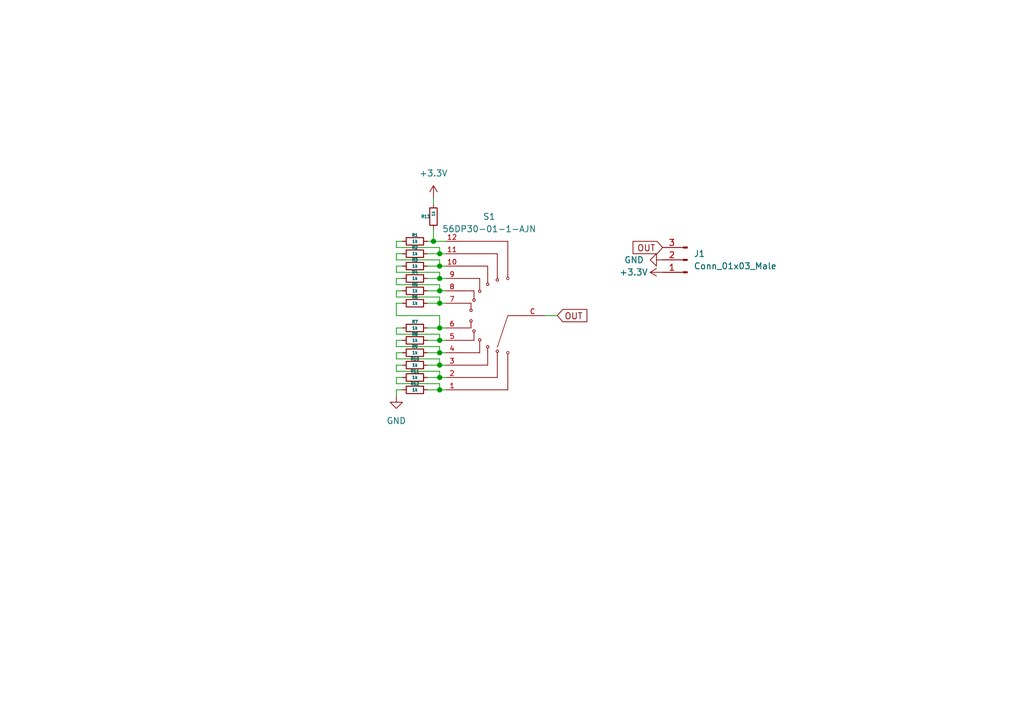
<source format=kicad_sch>
(kicad_sch (version 20211123) (generator eeschema)
  (paper "A5")
  (lib_symbols
    (symbol "Connector:Conn_01x03_Male" (pin_names (offset 1.016) hide)
      (property "Reference" "J" (at 0 5.08 0))
      (property "Value" "Conn_01x03_Male" (at 0 -5.08 0))
      (symbol "Conn_01x03_Male_1_1"
        (polyline (pts (xy 1.27 -2.54) (xy 0.8636 -2.54)) (stroke (width 0.1524)))
        (polyline (pts (xy 1.27 0) (xy 0.8636 0)) (stroke (width 0.1524)))
        (polyline (pts (xy 1.27 2.54) (xy 0.8636 2.54)) (stroke (width 0.1524)))
        (rectangle (start 0.8636 -2.413) (end 0 -2.667) (stroke (width 0.1524)) (fill (type outline)))
        (rectangle (start 0.8636 0.127) (end 0 -0.127) (stroke (width 0.1524)) (fill (type outline)))
        (rectangle (start 0.8636 2.667) (end 0 2.413) (stroke (width 0.1524)) (fill (type outline)))
        (pin passive line (at 5.08 2.54 180) (length 3.81) (name "Pin_1") (number "1"))
        (pin passive line (at 5.08 0 180) (length 3.81) (name "Pin_2") (number "2"))
        (pin passive line (at 5.08 -2.54 180) (length 3.81) (name "Pin_3") (number "3"))
      )
    )
    (symbol "Device:R_Small" (pin_numbers hide) (pin_names (offset 0.254) hide)
      (property "Reference" "R" (at 0.762 0.508 0))
      (property "Value" "R_Small" (at 0.762 -1.016 0))
      (symbol "R_Small_0_1"
        (rectangle (start -0.762 1.778) (end 0.762 -1.778) (stroke (width 0.2032)))
      )
      (symbol "R_Small_1_1"
        (pin passive line (at 0 2.54 270) (length 0.762) (name "~") (number "1"))
        (pin passive line (at 0 -2.54 90) (length 0.762) (name "~") (number "2"))
      )
    )
    (symbol "ROTARY_SW:56DP30-01-1-AJN" (pin_names (offset 1.016))
      (property "Reference" "S" (at -2.54 16.002 0))
      (property "Value" "56DP30-01-1-AJN" (at -2.54 -17.78 0))
      (symbol "56DP30-01-1-AJN_0_0"
        (circle (center -2.54 -7.62) (radius 0.254) (stroke (width 0.127)))
        (circle (center -2.54 7.62) (radius 0.254) (stroke (width 0.127)))
        (circle (center -0.3932 -7.3113) (radius 0.254) (stroke (width 0.1524)))
        (circle (center -0.3932 7.3113) (radius 0.254) (stroke (width 0.1524)))
        (polyline (pts (xy -5.08 0) (xy -2.54 0)) (stroke (width 0.1524)))
        (polyline (pts (xy -2.54 -15.24) (xy -2.54 -7.8994)) (stroke (width 0.1524)))
        (polyline (pts (xy -2.54 0) (xy -0.3932 6.4985)) (stroke (width 0.127)))
        (polyline (pts (xy -2.54 15.24) (xy -2.54 7.8994)) (stroke (width 0.1524)))
        (polyline (pts (xy -0.3932 -12.7) (xy -0.3932 -7.62)) (stroke (width 0.152)))
        (polyline (pts (xy -0.3932 12.7) (xy -0.3932 7.62)) (stroke (width 0.152)))
        (polyline (pts (xy 1.5797 -10.16) (xy 1.5797 -6.6675)) (stroke (width 0.152)))
        (polyline (pts (xy 1.5797 10.16) (xy 1.5797 6.6675)) (stroke (width 0.152)))
        (polyline (pts (xy 3.2188 -7.62) (xy 3.2188 -5.2578)) (stroke (width 0.152)))
        (polyline (pts (xy 3.2188 7.62) (xy 3.2188 5.2578)) (stroke (width 0.152)))
        (polyline (pts (xy 4.3914 -5.08) (xy 4.3914 -3.429)) (stroke (width 0.152)))
        (polyline (pts (xy 4.3914 5.08) (xy 4.3914 3.429)) (stroke (width 0.152)))
        (polyline (pts (xy 5.0024 -2.54) (xy 5.0024 -1.3462)) (stroke (width 0.152)))
        (polyline (pts (xy 5.0024 2.54) (xy 5.0024 1.3462)) (stroke (width 0.152)))
        (polyline (pts (xy 7.62 -15.24) (xy -2.54 -15.24)) (stroke (width 0.152)))
        (polyline (pts (xy 7.62 -12.7) (xy -0.3932 -12.7)) (stroke (width 0.152)))
        (polyline (pts (xy 7.62 -10.16) (xy 1.5797 -10.16)) (stroke (width 0.152)))
        (polyline (pts (xy 7.62 -7.62) (xy 3.2188 -7.62)) (stroke (width 0.152)))
        (polyline (pts (xy 7.62 -5.08) (xy 4.3914 -5.08)) (stroke (width 0.152)))
        (polyline (pts (xy 7.62 -2.54) (xy 5.0024 -2.54)) (stroke (width 0.152)))
        (polyline (pts (xy 7.62 2.54) (xy 5.0024 2.54)) (stroke (width 0.152)))
        (polyline (pts (xy 7.62 5.08) (xy 4.3914 5.08)) (stroke (width 0.152)))
        (polyline (pts (xy 7.62 7.62) (xy 3.2188 7.62)) (stroke (width 0.152)))
        (polyline (pts (xy 7.62 10.16) (xy 1.5797 10.16)) (stroke (width 0.152)))
        (polyline (pts (xy 7.62 12.7) (xy -0.3932 12.7)) (stroke (width 0.152)))
        (polyline (pts (xy 7.62 15.24) (xy -2.54 15.24)) (stroke (width 0.152)))
        (circle (center 1.5797 -6.4104) (radius 0.254) (stroke (width 0.1524)))
        (circle (center 1.5797 6.4104) (radius 0.254) (stroke (width 0.1524)))
        (circle (center 3.2188 -4.99) (radius 0.254) (stroke (width 0.1524)))
        (circle (center 3.2188 4.99) (radius 0.254) (stroke (width 0.1524)))
        (circle (center 4.3914 -3.1655) (radius 0.254) (stroke (width 0.1524)))
        (circle (center 4.3914 3.1655) (radius 0.254) (stroke (width 0.1524)))
        (circle (center 5.0024 -1.0844) (radius 0.254) (stroke (width 0.1524)))
        (circle (center 5.0024 1.0844) (radius 0.254) (stroke (width 0.1524)))
        (pin bidirectional line (at 10.16 15.24 180) (length 2.54) (name "~") (number "1"))
        (pin bidirectional line (at 10.16 -10.16 180) (length 2.54) (name "~") (number "10"))
        (pin bidirectional line (at 10.16 -12.7 180) (length 2.54) (name "~") (number "11"))
        (pin bidirectional line (at 10.16 -15.24 180) (length 2.54) (name "~") (number "12"))
        (pin bidirectional line (at 10.16 12.7 180) (length 2.54) (name "~") (number "2"))
        (pin bidirectional line (at 10.16 10.16 180) (length 2.54) (name "~") (number "3"))
        (pin bidirectional line (at 10.16 7.62 180) (length 2.54) (name "~") (number "4"))
        (pin bidirectional line (at 10.16 5.08 180) (length 2.54) (name "~") (number "5"))
        (pin bidirectional line (at 10.16 2.54 180) (length 2.54) (name "~") (number "6"))
        (pin bidirectional line (at 10.16 -2.54 180) (length 2.54) (name "~") (number "7"))
        (pin bidirectional line (at 10.16 -5.08 180) (length 2.54) (name "~") (number "8"))
        (pin bidirectional line (at 10.16 -7.62 180) (length 2.54) (name "~") (number "9"))
        (pin bidirectional line (at -10.16 0 0) (length 5.08) (name "~") (number "C"))
      )
    )
    (symbol "power:+3.3V" (power) (pin_names (offset 0))
      (property "Value" "+3.3V" (at 0 3.556 0))
      (symbol "+3.3V_0_1"
        (polyline (pts (xy -0.762 1.27) (xy 0 2.54)))
        (polyline (pts (xy 0 0) (xy 0 2.54)))
        (polyline (pts (xy 0 2.54) (xy 0.762 1.27)))
      )
      (symbol "+3.3V_1_1"
        (pin power_in line (at 0 0 90) (length 0) hide (name "+3.3V") (number "1"))
      )
    )
    (symbol "power:GND" (power) (pin_names (offset 0))
      (property "Value" "GND" (at 0 -3.81 0))
      (symbol "GND_0_1"
        (polyline (pts (xy 0 0) (xy 0 -1.27) (xy 1.27 -1.27) (xy 0 -2.54) (xy -1.27 -1.27) (xy 0 -1.27)))
      )
      (symbol "GND_1_1"
        (pin power_in line (at 0 0 270) (length 0) hide (name "GND") (number "1"))
      )
    )
  )
  (junction (at 90.17 59.69))
  (junction (at 90.17 57.15))
  (junction (at 90.17 80.01))
  (junction (at 90.17 77.47))
  (junction (at 90.17 74.93))
  (junction (at 90.17 72.39))
  (junction (at 90.17 67.31))
  (junction (at 90.17 69.85))
  (junction (at 90.17 54.61))
  (junction (at 88.9 49.53))
  (junction (at 90.17 52.07))
  (junction (at 90.17 62.23))
  (wire (pts (xy 81.28 62.23) (xy 81.28 64.77)))
  (wire (pts (xy 90.17 71.12) (xy 90.17 72.39)))
  (wire (pts (xy 88.9 46.99) (xy 88.9 49.53)))
  (wire (pts (xy 81.28 60.96) (xy 90.17 60.96)))
  (wire (pts (xy 81.28 73.66) (xy 90.17 73.66)))
  (wire (pts (xy 87.63 62.23) (xy 90.17 62.23)))
  (wire (pts (xy 88.9 40.64) (xy 88.9 41.91)))
  (wire (pts (xy 81.28 69.85) (xy 81.28 71.12)))
  (wire (pts (xy 87.63 72.39) (xy 90.17 72.39)))
  (wire (pts (xy 90.17 80.01) (xy 91.44 80.01)))
  (wire (pts (xy 90.17 62.23) (xy 91.44 62.23)))
  (wire (pts (xy 81.28 67.31) (xy 81.28 68.58)))
  (wire (pts (xy 90.17 69.85) (xy 91.44 69.85)))
  (wire (pts (xy 81.28 77.47) (xy 81.28 78.74)))
  (wire (pts (xy 82.55 59.69) (xy 81.28 59.69)))
  (wire (pts (xy 82.55 52.07) (xy 81.28 52.07)))
  (wire (pts (xy 90.17 67.31) (xy 91.44 67.31)))
  (wire (pts (xy 90.17 74.93) (xy 91.44 74.93)))
  (wire (pts (xy 81.28 49.53) (xy 81.28 50.8)))
  (wire (pts (xy 90.17 54.61) (xy 91.44 54.61)))
  (wire (pts (xy 82.55 67.31) (xy 81.28 67.31)))
  (wire (pts (xy 90.17 77.47) (xy 91.44 77.47)))
  (wire (pts (xy 82.55 57.15) (xy 81.28 57.15)))
  (wire (pts (xy 81.28 55.88) (xy 90.17 55.88)))
  (wire (pts (xy 81.28 78.74) (xy 90.17 78.74)))
  (wire (pts (xy 87.63 74.93) (xy 90.17 74.93)))
  (wire (pts (xy 90.17 58.42) (xy 90.17 59.69)))
  (wire (pts (xy 81.28 58.42) (xy 90.17 58.42)))
  (wire (pts (xy 90.17 57.15) (xy 91.44 57.15)))
  (wire (pts (xy 81.28 74.93) (xy 81.28 76.2)))
  (wire (pts (xy 90.17 64.77) (xy 90.17 67.31)))
  (wire (pts (xy 82.55 49.53) (xy 81.28 49.53)))
  (wire (pts (xy 111.76 64.77) (xy 114.3 64.77)))
  (wire (pts (xy 81.28 68.58) (xy 90.17 68.58)))
  (wire (pts (xy 81.28 72.39) (xy 81.28 73.66)))
  (wire (pts (xy 81.28 53.34) (xy 90.17 53.34)))
  (wire (pts (xy 88.9 49.53) (xy 91.44 49.53)))
  (wire (pts (xy 90.17 68.58) (xy 90.17 69.85)))
  (wire (pts (xy 87.63 52.07) (xy 90.17 52.07)))
  (wire (pts (xy 87.63 67.31) (xy 90.17 67.31)))
  (wire (pts (xy 81.28 71.12) (xy 90.17 71.12)))
  (wire (pts (xy 87.63 54.61) (xy 90.17 54.61)))
  (wire (pts (xy 82.55 54.61) (xy 81.28 54.61)))
  (wire (pts (xy 81.28 54.61) (xy 81.28 55.88)))
  (wire (pts (xy 90.17 55.88) (xy 90.17 57.15)))
  (wire (pts (xy 90.17 59.69) (xy 91.44 59.69)))
  (wire (pts (xy 81.28 57.15) (xy 81.28 58.42)))
  (wire (pts (xy 82.55 80.01) (xy 81.28 80.01)))
  (wire (pts (xy 82.55 72.39) (xy 81.28 72.39)))
  (wire (pts (xy 82.55 77.47) (xy 81.28 77.47)))
  (wire (pts (xy 82.55 74.93) (xy 81.28 74.93)))
  (wire (pts (xy 81.28 59.69) (xy 81.28 60.96)))
  (wire (pts (xy 87.63 80.01) (xy 90.17 80.01)))
  (wire (pts (xy 81.28 80.01) (xy 81.28 81.28)))
  (wire (pts (xy 90.17 52.07) (xy 91.44 52.07)))
  (wire (pts (xy 90.17 73.66) (xy 90.17 74.93)))
  (wire (pts (xy 81.28 64.77) (xy 90.17 64.77)))
  (wire (pts (xy 81.28 52.07) (xy 81.28 53.34)))
  (wire (pts (xy 90.17 78.74) (xy 90.17 80.01)))
  (wire (pts (xy 87.63 59.69) (xy 90.17 59.69)))
  (wire (pts (xy 90.17 76.2) (xy 90.17 77.47)))
  (wire (pts (xy 87.63 57.15) (xy 90.17 57.15)))
  (wire (pts (xy 81.28 76.2) (xy 90.17 76.2)))
  (wire (pts (xy 82.55 62.23) (xy 81.28 62.23)))
  (wire (pts (xy 82.55 69.85) (xy 81.28 69.85)))
  (wire (pts (xy 90.17 50.8) (xy 90.17 52.07)))
  (wire (pts (xy 87.63 49.53) (xy 88.9 49.53)))
  (wire (pts (xy 90.17 53.34) (xy 90.17 54.61)))
  (wire (pts (xy 90.17 60.96) (xy 90.17 62.23)))
  (wire (pts (xy 87.63 77.47) (xy 90.17 77.47)))
  (wire (pts (xy 81.28 50.8) (xy 90.17 50.8)))
  (wire (pts (xy 87.63 69.85) (xy 90.17 69.85)))
  (wire (pts (xy 90.17 72.39) (xy 91.44 72.39)))
  (global_label "OUT" (shape input) (at 135.89 50.8 180) (property "Intersheet References" "${INTERSHEET_REFS}" (effects hide)))
  (global_label "OUT" (shape input) (at 114.3 64.77 0) (property "Intersheet References" "${INTERSHEET_REFS}" (effects hide)))
  (symbol (lib_id "Device:R_Small") (at 85.09 54.61 90) (unit 1)
    (property "Reference" "R3" (at 85.09 53.34 90) (effects (font (size 0.6 0.6))))
    (property "Value" "1k" (at 85.09 54.61 90) (effects (font (size 0.6 0.6))))
    (property "Footprint" "Resistor_SMD:R_0402_1005Metric" (effects hide))
  )
  (symbol (lib_id "Device:R_Small") (at 85.09 49.53 90) (unit 1)
    (property "Reference" "R1" (at 85.09 48.26 90) (effects (font (size 0.6 0.6))))
    (property "Value" "1k" (at 85.09 49.53 90) (effects (font (size 0.6 0.6))))
    (property "Footprint" "Resistor_SMD:R_0402_1005Metric" (effects hide))
  )
  (symbol (lib_id "power:GND") (at 135.89 53.34 270) (unit 1)
    (property "Reference" "#PWR0104" (effects hide))
    (property "Value" "GND" (at 132.08 53.3399 90) (effects (justify right)))
  )
  (symbol (lib_id "power:+3.3V") (at 88.9 40.64 0) (unit 1)
    (property "Reference" "#PWR0101" (effects hide))
    (property "Value" "+3.3V" (at 88.9 35.56 0))
  )
  (symbol (lib_id "ROTARY_SW:56DP30-01-1-AJN") (at 101.6 64.77 180) (unit 1)
    (property "Reference" "S1" (at 100.3301 44.45 0))
    (property "Value" "56DP30-01-1-AJN" (at 100.3301 46.99 0))
    (property "Footprint" "ROTART_SW:SW_56DP30-01-1-AJN" (effects hide))
    (property "MANUFACTURER" "Grayhill Inc." (effects hide))
    (property "STANDARD" "Manufacturer Recommendations" (effects hide))
    (property "PARTREV" "04/14" (effects hide))
    (property "SNAPEDA_PN" "56DP30-01-1-AJN" (effects hide))
    (property "MAXIMUM_PACKAGE_HEIGHT" "26.73mm" (effects hide))
  )
  (symbol (lib_id "Device:R_Small") (at 85.09 67.31 90) (unit 1)
    (property "Reference" "R7" (at 85.09 66.04 90) (effects (font (size 0.6 0.6))))
    (property "Value" "1k" (at 85.09 67.31 90) (effects (font (size 0.6 0.6))))
    (property "Footprint" "Resistor_SMD:R_0402_1005Metric" (effects hide))
  )
  (symbol (lib_id "Device:R_Small") (at 85.09 52.07 90) (unit 1)
    (property "Reference" "R2" (at 85.09 50.8 90) (effects (font (size 0.6 0.6))))
    (property "Value" "1k" (at 85.09 52.07 90) (effects (font (size 0.6 0.6))))
    (property "Footprint" "Resistor_SMD:R_0402_1005Metric" (effects hide))
  )
  (symbol (lib_id "Device:R_Small") (at 85.09 57.15 90) (unit 1)
    (property "Reference" "R4" (at 85.09 55.88 90) (effects (font (size 0.6 0.6))))
    (property "Value" "1k" (at 85.09 57.15 90) (effects (font (size 0.6 0.6))))
    (property "Footprint" "Resistor_SMD:R_0402_1005Metric" (effects hide))
  )
  (symbol (lib_id "Device:R_Small") (at 85.09 72.39 90) (unit 1)
    (property "Reference" "R9" (at 85.09 71.12 90) (effects (font (size 0.6 0.6))))
    (property "Value" "1k" (at 85.09 72.39 90) (effects (font (size 0.6 0.6))))
    (property "Footprint" "Resistor_SMD:R_0402_1005Metric" (effects hide))
  )
  (symbol (lib_id "Device:R_Small") (at 85.09 69.85 90) (unit 1)
    (property "Reference" "R8" (at 85.09 68.58 90) (effects (font (size 0.6 0.6))))
    (property "Value" "1k" (at 85.09 69.85 90) (effects (font (size 0.6 0.6))))
    (property "Footprint" "Resistor_SMD:R_0402_1005Metric" (effects hide))
  )
  (symbol (lib_id "power:GND") (at 81.28 81.28 0) (unit 1)
    (property "Reference" "#PWR0102" (effects hide))
    (property "Value" "GND" (at 81.28 86.36 0))
  )
  (symbol (lib_id "power:+3.3V") (at 135.89 55.88 90) (unit 1)
    (property "Reference" "#PWR0103" (effects hide))
    (property "Value" "+3.3V" (at 127 55.88 90) (effects (justify right)))
  )
  (symbol (lib_id "Device:R_Small") (at 85.09 77.47 90) (unit 1)
    (property "Reference" "R11" (at 85.09 76.2 90) (effects (font (size 0.6 0.6))))
    (property "Value" "1k" (at 85.09 77.47 90) (effects (font (size 0.6 0.6))))
    (property "Footprint" "Resistor_SMD:R_0402_1005Metric" (effects hide))
  )
  (symbol (lib_id "Device:R_Small") (at 85.09 62.23 90) (unit 1)
    (property "Reference" "R6" (at 85.09 60.96 90) (effects (font (size 0.6 0.6))))
    (property "Value" "1k" (at 85.09 62.23 90) (effects (font (size 0.6 0.6))))
    (property "Footprint" "Resistor_SMD:R_0402_1005Metric" (effects hide))
  )
  (symbol (lib_id "Connector:Conn_01x03_Male") (at 140.97 53.34 180) (unit 1)
    (property "Reference" "J1" (at 142.24 52.0699 0) (effects (justify right)))
    (property "Value" "Conn_01x03_Male" (at 142.24 54.6099 0) (effects (justify right)))
    (property "Footprint" "Connector_PinHeader_1.27mm:PinHeader_1x03_P1.27mm_Vertical" (effects hide))
  )
  (symbol (lib_id "Device:R_Small") (at 85.09 80.01 90) (unit 1)
    (property "Reference" "R12" (at 85.09 78.74 90) (effects (font (size 0.6 0.6))))
    (property "Value" "1k" (at 85.09 80.01 90) (effects (font (size 0.6 0.6))))
    (property "Footprint" "Resistor_SMD:R_0402_1005Metric" (effects hide))
  )
  (symbol (lib_id "Device:R_Small") (at 88.9 44.45 0) (unit 1)
    (property "Reference" "R13" (at 86.36 44.45 0) (effects (font (size 0.6 0.6)) (justify left)))
    (property "Value" "1k" (at 88.9 44.45 90) (effects (font (size 0.6 0.6)) (justify left)))
    (property "Footprint" "Resistor_SMD:R_0402_1005Metric" (effects hide))
  )
  (symbol (lib_id "Device:R_Small") (at 85.09 59.69 90) (unit 1)
    (property "Reference" "R5" (at 85.09 58.42 90) (effects (font (size 0.6 0.6))))
    (property "Value" "1k" (at 85.09 59.69 90) (effects (font (size 0.6 0.6))))
    (property "Footprint" "Resistor_SMD:R_0402_1005Metric" (effects hide))
  )
  (symbol (lib_id "Device:R_Small") (at 85.09 74.93 90) (unit 1)
    (property "Reference" "R10" (at 85.09 73.66 90) (effects (font (size 0.6 0.6))))
    (property "Value" "1k" (at 85.09 74.93 90) (effects (font (size 0.6 0.6))))
    (property "Footprint" "Resistor_SMD:R_0402_1005Metric" (effects hide))
  )
)
</source>
